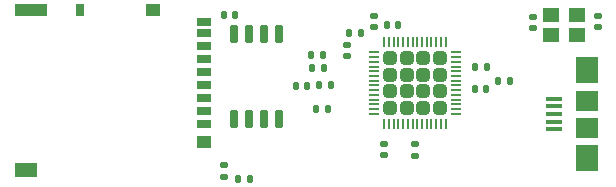
<source format=gbr>
%TF.GenerationSoftware,KiCad,Pcbnew,6.0.5*%
%TF.CreationDate,2022-05-19T12:05:37-04:00*%
%TF.ProjectId,Blackbox,426c6163-6b62-46f7-982e-6b696361645f,rev?*%
%TF.SameCoordinates,Original*%
%TF.FileFunction,Paste,Top*%
%TF.FilePolarity,Positive*%
%FSLAX46Y46*%
G04 Gerber Fmt 4.6, Leading zero omitted, Abs format (unit mm)*
G04 Created by KiCad (PCBNEW 6.0.5) date 2022-05-19 12:05:37*
%MOMM*%
%LPD*%
G01*
G04 APERTURE LIST*
G04 Aperture macros list*
%AMRoundRect*
0 Rectangle with rounded corners*
0 $1 Rounding radius*
0 $2 $3 $4 $5 $6 $7 $8 $9 X,Y pos of 4 corners*
0 Add a 4 corners polygon primitive as box body*
4,1,4,$2,$3,$4,$5,$6,$7,$8,$9,$2,$3,0*
0 Add four circle primitives for the rounded corners*
1,1,$1+$1,$2,$3*
1,1,$1+$1,$4,$5*
1,1,$1+$1,$6,$7*
1,1,$1+$1,$8,$9*
0 Add four rect primitives between the rounded corners*
20,1,$1+$1,$2,$3,$4,$5,0*
20,1,$1+$1,$4,$5,$6,$7,0*
20,1,$1+$1,$6,$7,$8,$9,0*
20,1,$1+$1,$8,$9,$2,$3,0*%
G04 Aperture macros list end*
%ADD10RoundRect,0.135000X-0.185000X0.135000X-0.185000X-0.135000X0.185000X-0.135000X0.185000X0.135000X0*%
%ADD11RoundRect,0.140000X0.140000X0.170000X-0.140000X0.170000X-0.140000X-0.170000X0.140000X-0.170000X0*%
%ADD12RoundRect,0.140000X0.170000X-0.140000X0.170000X0.140000X-0.170000X0.140000X-0.170000X-0.140000X0*%
%ADD13RoundRect,0.140000X-0.170000X0.140000X-0.170000X-0.140000X0.170000X-0.140000X0.170000X0.140000X0*%
%ADD14R,1.200000X0.700000*%
%ADD15R,0.800000X1.000000*%
%ADD16R,2.800000X1.000000*%
%ADD17R,1.200000X1.000000*%
%ADD18R,1.900000X1.300000*%
%ADD19RoundRect,0.140000X-0.140000X-0.170000X0.140000X-0.170000X0.140000X0.170000X-0.140000X0.170000X0*%
%ADD20R,1.400000X0.400000*%
%ADD21R,1.900000X2.300000*%
%ADD22R,1.900000X1.800000*%
%ADD23RoundRect,0.135000X-0.135000X-0.185000X0.135000X-0.185000X0.135000X0.185000X-0.135000X0.185000X0*%
%ADD24RoundRect,0.150000X0.150000X-0.650000X0.150000X0.650000X-0.150000X0.650000X-0.150000X-0.650000X0*%
%ADD25R,1.400000X1.200000*%
%ADD26RoundRect,0.135000X0.135000X0.185000X-0.135000X0.185000X-0.135000X-0.185000X0.135000X-0.185000X0*%
%ADD27RoundRect,0.250000X0.315000X-0.315000X0.315000X0.315000X-0.315000X0.315000X-0.315000X-0.315000X0*%
%ADD28RoundRect,0.050000X0.050000X-0.387500X0.050000X0.387500X-0.050000X0.387500X-0.050000X-0.387500X0*%
%ADD29RoundRect,0.050000X0.387500X-0.050000X0.387500X0.050000X-0.387500X0.050000X-0.387500X-0.050000X0*%
G04 APERTURE END LIST*
D10*
%TO.C,R2*%
X158910000Y-112950000D03*
X158910000Y-113970000D03*
%TD*%
D11*
%TO.C,C5*%
X159870000Y-100220000D03*
X158910000Y-100220000D03*
%TD*%
D12*
%TO.C,C117*%
X171575000Y-101280000D03*
X171575000Y-100320000D03*
%TD*%
D11*
%TO.C,C113*%
X167930000Y-106125000D03*
X166970000Y-106125000D03*
%TD*%
D13*
%TO.C,C115*%
X172450000Y-111120000D03*
X172450000Y-112080000D03*
%TD*%
D14*
%TO.C,J3*%
X157240000Y-109445000D03*
X157240000Y-108345000D03*
X157240000Y-107245000D03*
X157240000Y-106145000D03*
X157240000Y-105045000D03*
X157240000Y-103945000D03*
X157240000Y-102845000D03*
X157240000Y-101745000D03*
X157240000Y-100795000D03*
D15*
X146740000Y-99845000D03*
D16*
X142590000Y-99845000D03*
D17*
X152940000Y-99845000D03*
D18*
X142140000Y-113345000D03*
D17*
X157240000Y-110995000D03*
%TD*%
D19*
%TO.C,C109*%
X180195000Y-104650000D03*
X181155000Y-104650000D03*
%TD*%
%TO.C,R5*%
X180170000Y-106500000D03*
X181130000Y-106500000D03*
%TD*%
D20*
%TO.C,J4*%
X186825000Y-109925000D03*
X186825000Y-109275000D03*
X186825000Y-108625000D03*
X186825000Y-107975000D03*
X186825000Y-107325000D03*
D21*
X189675000Y-104875000D03*
D22*
X189675000Y-109775000D03*
X189675000Y-107475000D03*
D21*
X189675000Y-112375000D03*
%TD*%
D11*
%TO.C,C119*%
X165980000Y-106210000D03*
X165020000Y-106210000D03*
%TD*%
D13*
%TO.C,C120*%
X190600000Y-100320000D03*
X190600000Y-101280000D03*
%TD*%
D11*
%TO.C,C110*%
X167680000Y-108204000D03*
X166720000Y-108204000D03*
%TD*%
D23*
%TO.C,C114*%
X182090000Y-105850000D03*
X183110000Y-105850000D03*
%TD*%
D10*
%TO.C,C116*%
X175050000Y-111190000D03*
X175050000Y-112210000D03*
%TD*%
D24*
%TO.C,U_301*%
X159745000Y-109050000D03*
X161015000Y-109050000D03*
X162285000Y-109050000D03*
X163555000Y-109050000D03*
X163555000Y-101850000D03*
X162285000Y-101850000D03*
X161015000Y-101850000D03*
X159745000Y-101850000D03*
%TD*%
D12*
%TO.C,C121*%
X185050000Y-101355000D03*
X185050000Y-100395000D03*
%TD*%
D25*
%TO.C,Y1*%
X186600000Y-101950000D03*
X188800000Y-101950000D03*
X188800000Y-100250000D03*
X186600000Y-100250000D03*
%TD*%
D23*
%TO.C,R_302*%
X166368000Y-104750000D03*
X167388000Y-104750000D03*
%TD*%
%TO.C,R1*%
X166315000Y-103625000D03*
X167335000Y-103625000D03*
%TD*%
D26*
%TO.C,R3*%
X161100000Y-114100000D03*
X160080000Y-114100000D03*
%TD*%
D12*
%TO.C,C111*%
X169325000Y-103705000D03*
X169325000Y-102745000D03*
%TD*%
D27*
%TO.C,U3*%
X177175000Y-105300000D03*
X174375000Y-105300000D03*
X174375000Y-106700000D03*
X174375000Y-108100000D03*
X175775000Y-106700000D03*
X175775000Y-105300000D03*
X174375000Y-103900000D03*
X177175000Y-106700000D03*
X172975000Y-103900000D03*
X172975000Y-108100000D03*
X172975000Y-106700000D03*
X175775000Y-103900000D03*
X175775000Y-108100000D03*
X177175000Y-103900000D03*
X177175000Y-108100000D03*
X172975000Y-105300000D03*
D28*
X172475000Y-109437500D03*
X172875000Y-109437500D03*
X173275000Y-109437500D03*
X173675000Y-109437500D03*
X174075000Y-109437500D03*
X174475000Y-109437500D03*
X174875000Y-109437500D03*
X175275000Y-109437500D03*
X175675000Y-109437500D03*
X176075000Y-109437500D03*
X176475000Y-109437500D03*
X176875000Y-109437500D03*
X177275000Y-109437500D03*
X177675000Y-109437500D03*
D29*
X178512500Y-108600000D03*
X178512500Y-108200000D03*
X178512500Y-107800000D03*
X178512500Y-107400000D03*
X178512500Y-107000000D03*
X178512500Y-106600000D03*
X178512500Y-106200000D03*
X178512500Y-105800000D03*
X178512500Y-105400000D03*
X178512500Y-105000000D03*
X178512500Y-104600000D03*
X178512500Y-104200000D03*
X178512500Y-103800000D03*
X178512500Y-103400000D03*
D28*
X177675000Y-102562500D03*
X177275000Y-102562500D03*
X176875000Y-102562500D03*
X176475000Y-102562500D03*
X176075000Y-102562500D03*
X175675000Y-102562500D03*
X175275000Y-102562500D03*
X174875000Y-102562500D03*
X174475000Y-102562500D03*
X174075000Y-102562500D03*
X173675000Y-102562500D03*
X173275000Y-102562500D03*
X172875000Y-102562500D03*
X172475000Y-102562500D03*
D29*
X171637500Y-103400000D03*
X171637500Y-103800000D03*
X171637500Y-104200000D03*
X171637500Y-104600000D03*
X171637500Y-105000000D03*
X171637500Y-105400000D03*
X171637500Y-105800000D03*
X171637500Y-106200000D03*
X171637500Y-106600000D03*
X171637500Y-107000000D03*
X171637500Y-107400000D03*
X171637500Y-107800000D03*
X171637500Y-108200000D03*
X171637500Y-108600000D03*
%TD*%
D11*
%TO.C,C112*%
X170480000Y-101750000D03*
X169520000Y-101750000D03*
%TD*%
%TO.C,C118*%
X173655000Y-101075000D03*
X172695000Y-101075000D03*
%TD*%
M02*

</source>
